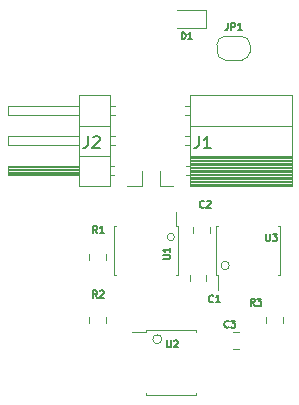
<source format=gbr>
G04 #@! TF.GenerationSoftware,KiCad,Pcbnew,(5.0.0)*
G04 #@! TF.CreationDate,2018-11-25T17:17:40-05:00*
G04 #@! TF.ProjectId,addressable_7seg,6164647265737361626C655F37736567,0.1a*
G04 #@! TF.SameCoordinates,Original*
G04 #@! TF.FileFunction,Legend,Top*
G04 #@! TF.FilePolarity,Positive*
%FSLAX46Y46*%
G04 Gerber Fmt 4.6, Leading zero omitted, Abs format (unit mm)*
G04 Created by KiCad (PCBNEW (5.0.0)) date 11/25/18 17:17:40*
%MOMM*%
%LPD*%
G01*
G04 APERTURE LIST*
%ADD10C,0.100000*%
%ADD11C,0.120000*%
%ADD12C,0.150000*%
G04 APERTURE END LIST*
D10*
X168250789Y-137050000D02*
G75*
G03X168250789Y-137050000I-380789J0D01*
G01*
X173973553Y-130800000D02*
G75*
G03X173973553Y-130800000I-353553J0D01*
G01*
X169336228Y-128400000D02*
G75*
G03X169336228Y-128400000I-316228J0D01*
G01*
D11*
G04 #@! TO.C,R1*
X162132000Y-130316578D02*
X162132000Y-129799422D01*
X163552000Y-130316578D02*
X163552000Y-129799422D01*
G04 #@! TO.C,R2*
X162132000Y-135133422D02*
X162132000Y-135650578D01*
X163552000Y-135133422D02*
X163552000Y-135650578D01*
G04 #@! TO.C,R3*
X177118000Y-135650578D02*
X177118000Y-135133422D01*
X178538000Y-135650578D02*
X178538000Y-135133422D01*
G04 #@! TO.C,J1*
X179260000Y-123985000D02*
X170630000Y-123985000D01*
X179260000Y-123866905D02*
X170630000Y-123866905D01*
X179260000Y-123748810D02*
X170630000Y-123748810D01*
X179260000Y-123630715D02*
X170630000Y-123630715D01*
X179260000Y-123512620D02*
X170630000Y-123512620D01*
X179260000Y-123394525D02*
X170630000Y-123394525D01*
X179260000Y-123276430D02*
X170630000Y-123276430D01*
X179260000Y-123158335D02*
X170630000Y-123158335D01*
X179260000Y-123040240D02*
X170630000Y-123040240D01*
X179260000Y-122922145D02*
X170630000Y-122922145D01*
X179260000Y-122804050D02*
X170630000Y-122804050D01*
X179260000Y-122685955D02*
X170630000Y-122685955D01*
X179260000Y-122567860D02*
X170630000Y-122567860D01*
X179260000Y-122449765D02*
X170630000Y-122449765D01*
X179260000Y-122331670D02*
X170630000Y-122331670D01*
X179260000Y-122213575D02*
X170630000Y-122213575D01*
X179260000Y-122095480D02*
X170630000Y-122095480D01*
X179260000Y-121977385D02*
X170630000Y-121977385D01*
X179260000Y-121859290D02*
X170630000Y-121859290D01*
X179260000Y-121741195D02*
X170630000Y-121741195D01*
X179260000Y-121623100D02*
X170630000Y-121623100D01*
X170630000Y-123135000D02*
X170280000Y-123135000D01*
X170630000Y-122415000D02*
X170280000Y-122415000D01*
X170630000Y-120595000D02*
X170220000Y-120595000D01*
X170630000Y-119875000D02*
X170220000Y-119875000D01*
X170630000Y-118055000D02*
X170220000Y-118055000D01*
X170630000Y-117335000D02*
X170220000Y-117335000D01*
X179260000Y-121505000D02*
X170630000Y-121505000D01*
X179260000Y-118965000D02*
X170630000Y-118965000D01*
X179260000Y-124105000D02*
X170630000Y-124105000D01*
X170630000Y-124105000D02*
X170630000Y-116365000D01*
X179260000Y-116365000D02*
X170630000Y-116365000D01*
X179260000Y-124105000D02*
X179260000Y-116365000D01*
X168060000Y-124105000D02*
X168060000Y-122775000D01*
X169170000Y-124105000D02*
X168060000Y-124105000D01*
G04 #@! TO.C,J2*
X163880000Y-124105000D02*
X163880000Y-116365000D01*
X163880000Y-116365000D02*
X161220000Y-116365000D01*
X161220000Y-116365000D02*
X161220000Y-124105000D01*
X161220000Y-124105000D02*
X163880000Y-124105000D01*
X161220000Y-123155000D02*
X155220000Y-123155000D01*
X155220000Y-123155000D02*
X155220000Y-122395000D01*
X155220000Y-122395000D02*
X161220000Y-122395000D01*
X161220000Y-123095000D02*
X155220000Y-123095000D01*
X161220000Y-122975000D02*
X155220000Y-122975000D01*
X161220000Y-122855000D02*
X155220000Y-122855000D01*
X161220000Y-122735000D02*
X155220000Y-122735000D01*
X161220000Y-122615000D02*
X155220000Y-122615000D01*
X161220000Y-122495000D02*
X155220000Y-122495000D01*
X164210000Y-123155000D02*
X163880000Y-123155000D01*
X164210000Y-122395000D02*
X163880000Y-122395000D01*
X163880000Y-121505000D02*
X161220000Y-121505000D01*
X161220000Y-120615000D02*
X155220000Y-120615000D01*
X155220000Y-120615000D02*
X155220000Y-119855000D01*
X155220000Y-119855000D02*
X161220000Y-119855000D01*
X164277071Y-120615000D02*
X163880000Y-120615000D01*
X164277071Y-119855000D02*
X163880000Y-119855000D01*
X163880000Y-118965000D02*
X161220000Y-118965000D01*
X161220000Y-118075000D02*
X155220000Y-118075000D01*
X155220000Y-118075000D02*
X155220000Y-117315000D01*
X155220000Y-117315000D02*
X161220000Y-117315000D01*
X164277071Y-118075000D02*
X163880000Y-118075000D01*
X164277071Y-117315000D02*
X163880000Y-117315000D01*
X166590000Y-122775000D02*
X166590000Y-124045000D01*
X166590000Y-124045000D02*
X165320000Y-124045000D01*
G04 #@! TO.C,U1*
X169466000Y-127450000D02*
X169466000Y-126260000D01*
X169636000Y-127450000D02*
X169466000Y-127450000D01*
X169636000Y-131650000D02*
X169466000Y-131650000D01*
X164336000Y-127450000D02*
X164166000Y-127450000D01*
X164346000Y-131650000D02*
X164176000Y-131650000D01*
X164176000Y-131650000D02*
X164176000Y-127450000D01*
X169636000Y-131650000D02*
X169636000Y-127450000D01*
G04 #@! TO.C,U2*
X171120000Y-136270000D02*
X166920000Y-136270000D01*
X171120000Y-141730000D02*
X166920000Y-141730000D01*
X171120000Y-141560000D02*
X171120000Y-141730000D01*
X166920000Y-141570000D02*
X166920000Y-141740000D01*
X171120000Y-136270000D02*
X171120000Y-136440000D01*
X166920000Y-136270000D02*
X166920000Y-136440000D01*
X166920000Y-136440000D02*
X165730000Y-136440000D01*
G04 #@! TO.C,U3*
X172812000Y-127450000D02*
X172812000Y-131650000D01*
X178272000Y-127450000D02*
X178272000Y-131650000D01*
X178102000Y-127450000D02*
X178272000Y-127450000D01*
X178112000Y-131650000D02*
X178282000Y-131650000D01*
X172812000Y-127450000D02*
X172982000Y-127450000D01*
X172812000Y-131650000D02*
X172982000Y-131650000D01*
X172982000Y-131650000D02*
X172982000Y-132840000D01*
G04 #@! TO.C,D1*
X169570000Y-110685000D02*
X172030000Y-110685000D01*
X172030000Y-110685000D02*
X172030000Y-109215000D01*
X172030000Y-109215000D02*
X169570000Y-109215000D01*
G04 #@! TO.C,JP1*
X175020000Y-111400000D02*
G75*
G02X175720000Y-112100000I0J-700000D01*
G01*
X175720000Y-112700000D02*
G75*
G02X175020000Y-113400000I-700000J0D01*
G01*
X173620000Y-113400000D02*
G75*
G02X172920000Y-112700000I0J700000D01*
G01*
X172920000Y-112100000D02*
G75*
G02X173620000Y-111400000I700000J0D01*
G01*
X172920000Y-112700000D02*
X172920000Y-112100000D01*
X175020000Y-113400000D02*
X173620000Y-113400000D01*
X175720000Y-112100000D02*
X175720000Y-112700000D01*
X173620000Y-111400000D02*
X175020000Y-111400000D01*
G04 #@! TO.C,C1*
X170610000Y-132158578D02*
X170610000Y-131641422D01*
X172030000Y-132158578D02*
X172030000Y-131641422D01*
G04 #@! TO.C,C2*
X170910000Y-127541422D02*
X170910000Y-128058578D01*
X172330000Y-127541422D02*
X172330000Y-128058578D01*
G04 #@! TO.C,C3*
X174311422Y-136440000D02*
X174828578Y-136440000D01*
X174311422Y-137860000D02*
X174828578Y-137860000D01*
G04 #@! TO.C,R1*
D12*
X162770000Y-128071428D02*
X162570000Y-127785714D01*
X162427142Y-128071428D02*
X162427142Y-127471428D01*
X162655714Y-127471428D01*
X162712857Y-127500000D01*
X162741428Y-127528571D01*
X162770000Y-127585714D01*
X162770000Y-127671428D01*
X162741428Y-127728571D01*
X162712857Y-127757142D01*
X162655714Y-127785714D01*
X162427142Y-127785714D01*
X163341428Y-128071428D02*
X162998571Y-128071428D01*
X163170000Y-128071428D02*
X163170000Y-127471428D01*
X163112857Y-127557142D01*
X163055714Y-127614285D01*
X162998571Y-127642857D01*
G04 #@! TO.C,R2*
X162770000Y-133521428D02*
X162570000Y-133235714D01*
X162427142Y-133521428D02*
X162427142Y-132921428D01*
X162655714Y-132921428D01*
X162712857Y-132950000D01*
X162741428Y-132978571D01*
X162770000Y-133035714D01*
X162770000Y-133121428D01*
X162741428Y-133178571D01*
X162712857Y-133207142D01*
X162655714Y-133235714D01*
X162427142Y-133235714D01*
X162998571Y-132978571D02*
X163027142Y-132950000D01*
X163084285Y-132921428D01*
X163227142Y-132921428D01*
X163284285Y-132950000D01*
X163312857Y-132978571D01*
X163341428Y-133035714D01*
X163341428Y-133092857D01*
X163312857Y-133178571D01*
X162970000Y-133521428D01*
X163341428Y-133521428D01*
G04 #@! TO.C,R3*
X176120000Y-134221428D02*
X175920000Y-133935714D01*
X175777142Y-134221428D02*
X175777142Y-133621428D01*
X176005714Y-133621428D01*
X176062857Y-133650000D01*
X176091428Y-133678571D01*
X176120000Y-133735714D01*
X176120000Y-133821428D01*
X176091428Y-133878571D01*
X176062857Y-133907142D01*
X176005714Y-133935714D01*
X175777142Y-133935714D01*
X176320000Y-133621428D02*
X176691428Y-133621428D01*
X176491428Y-133850000D01*
X176577142Y-133850000D01*
X176634285Y-133878571D01*
X176662857Y-133907142D01*
X176691428Y-133964285D01*
X176691428Y-134107142D01*
X176662857Y-134164285D01*
X176634285Y-134192857D01*
X176577142Y-134221428D01*
X176405714Y-134221428D01*
X176348571Y-134192857D01*
X176320000Y-134164285D01*
G04 #@! TO.C,J1*
X171398666Y-119858380D02*
X171398666Y-120572666D01*
X171351047Y-120715523D01*
X171255809Y-120810761D01*
X171112952Y-120858380D01*
X171017714Y-120858380D01*
X172398666Y-120858380D02*
X171827238Y-120858380D01*
X172112952Y-120858380D02*
X172112952Y-119858380D01*
X172017714Y-120001238D01*
X171922476Y-120096476D01*
X171827238Y-120144095D01*
G04 #@! TO.C,J2*
X162000666Y-119858380D02*
X162000666Y-120572666D01*
X161953047Y-120715523D01*
X161857809Y-120810761D01*
X161714952Y-120858380D01*
X161619714Y-120858380D01*
X162429238Y-119953619D02*
X162476857Y-119906000D01*
X162572095Y-119858380D01*
X162810190Y-119858380D01*
X162905428Y-119906000D01*
X162953047Y-119953619D01*
X163000666Y-120048857D01*
X163000666Y-120144095D01*
X162953047Y-120286952D01*
X162381619Y-120858380D01*
X163000666Y-120858380D01*
G04 #@! TO.C,U1*
X168355428Y-130261142D02*
X168841142Y-130261142D01*
X168898285Y-130232571D01*
X168926857Y-130204000D01*
X168955428Y-130146857D01*
X168955428Y-130032571D01*
X168926857Y-129975428D01*
X168898285Y-129946857D01*
X168841142Y-129918285D01*
X168355428Y-129918285D01*
X168955428Y-129318285D02*
X168955428Y-129661142D01*
X168955428Y-129489714D02*
X168355428Y-129489714D01*
X168441142Y-129546857D01*
X168498285Y-129604000D01*
X168526857Y-129661142D01*
G04 #@! TO.C,U2*
X168682857Y-137131428D02*
X168682857Y-137617142D01*
X168711428Y-137674285D01*
X168740000Y-137702857D01*
X168797142Y-137731428D01*
X168911428Y-137731428D01*
X168968571Y-137702857D01*
X168997142Y-137674285D01*
X169025714Y-137617142D01*
X169025714Y-137131428D01*
X169282857Y-137188571D02*
X169311428Y-137160000D01*
X169368571Y-137131428D01*
X169511428Y-137131428D01*
X169568571Y-137160000D01*
X169597142Y-137188571D01*
X169625714Y-137245714D01*
X169625714Y-137302857D01*
X169597142Y-137388571D01*
X169254285Y-137731428D01*
X169625714Y-137731428D01*
G04 #@! TO.C,U3*
X177062857Y-128121428D02*
X177062857Y-128607142D01*
X177091428Y-128664285D01*
X177120000Y-128692857D01*
X177177142Y-128721428D01*
X177291428Y-128721428D01*
X177348571Y-128692857D01*
X177377142Y-128664285D01*
X177405714Y-128607142D01*
X177405714Y-128121428D01*
X177634285Y-128121428D02*
X178005714Y-128121428D01*
X177805714Y-128350000D01*
X177891428Y-128350000D01*
X177948571Y-128378571D01*
X177977142Y-128407142D01*
X178005714Y-128464285D01*
X178005714Y-128607142D01*
X177977142Y-128664285D01*
X177948571Y-128692857D01*
X177891428Y-128721428D01*
X177720000Y-128721428D01*
X177662857Y-128692857D01*
X177634285Y-128664285D01*
G04 #@! TO.C,D1*
X169927142Y-111651428D02*
X169927142Y-111051428D01*
X170070000Y-111051428D01*
X170155714Y-111080000D01*
X170212857Y-111137142D01*
X170241428Y-111194285D01*
X170270000Y-111308571D01*
X170270000Y-111394285D01*
X170241428Y-111508571D01*
X170212857Y-111565714D01*
X170155714Y-111622857D01*
X170070000Y-111651428D01*
X169927142Y-111651428D01*
X170841428Y-111651428D02*
X170498571Y-111651428D01*
X170670000Y-111651428D02*
X170670000Y-111051428D01*
X170612857Y-111137142D01*
X170555714Y-111194285D01*
X170498571Y-111222857D01*
G04 #@! TO.C,JP1*
X173820000Y-110271428D02*
X173820000Y-110700000D01*
X173791428Y-110785714D01*
X173734285Y-110842857D01*
X173648571Y-110871428D01*
X173591428Y-110871428D01*
X174105714Y-110871428D02*
X174105714Y-110271428D01*
X174334285Y-110271428D01*
X174391428Y-110300000D01*
X174420000Y-110328571D01*
X174448571Y-110385714D01*
X174448571Y-110471428D01*
X174420000Y-110528571D01*
X174391428Y-110557142D01*
X174334285Y-110585714D01*
X174105714Y-110585714D01*
X175020000Y-110871428D02*
X174677142Y-110871428D01*
X174848571Y-110871428D02*
X174848571Y-110271428D01*
X174791428Y-110357142D01*
X174734285Y-110414285D01*
X174677142Y-110442857D01*
G04 #@! TO.C,C1*
X172620000Y-133864285D02*
X172591428Y-133892857D01*
X172505714Y-133921428D01*
X172448571Y-133921428D01*
X172362857Y-133892857D01*
X172305714Y-133835714D01*
X172277142Y-133778571D01*
X172248571Y-133664285D01*
X172248571Y-133578571D01*
X172277142Y-133464285D01*
X172305714Y-133407142D01*
X172362857Y-133350000D01*
X172448571Y-133321428D01*
X172505714Y-133321428D01*
X172591428Y-133350000D01*
X172620000Y-133378571D01*
X173191428Y-133921428D02*
X172848571Y-133921428D01*
X173020000Y-133921428D02*
X173020000Y-133321428D01*
X172962857Y-133407142D01*
X172905714Y-133464285D01*
X172848571Y-133492857D01*
G04 #@! TO.C,C2*
X171820000Y-125864285D02*
X171791428Y-125892857D01*
X171705714Y-125921428D01*
X171648571Y-125921428D01*
X171562857Y-125892857D01*
X171505714Y-125835714D01*
X171477142Y-125778571D01*
X171448571Y-125664285D01*
X171448571Y-125578571D01*
X171477142Y-125464285D01*
X171505714Y-125407142D01*
X171562857Y-125350000D01*
X171648571Y-125321428D01*
X171705714Y-125321428D01*
X171791428Y-125350000D01*
X171820000Y-125378571D01*
X172048571Y-125378571D02*
X172077142Y-125350000D01*
X172134285Y-125321428D01*
X172277142Y-125321428D01*
X172334285Y-125350000D01*
X172362857Y-125378571D01*
X172391428Y-125435714D01*
X172391428Y-125492857D01*
X172362857Y-125578571D01*
X172020000Y-125921428D01*
X172391428Y-125921428D01*
G04 #@! TO.C,C3*
X173920000Y-136014285D02*
X173891428Y-136042857D01*
X173805714Y-136071428D01*
X173748571Y-136071428D01*
X173662857Y-136042857D01*
X173605714Y-135985714D01*
X173577142Y-135928571D01*
X173548571Y-135814285D01*
X173548571Y-135728571D01*
X173577142Y-135614285D01*
X173605714Y-135557142D01*
X173662857Y-135500000D01*
X173748571Y-135471428D01*
X173805714Y-135471428D01*
X173891428Y-135500000D01*
X173920000Y-135528571D01*
X174120000Y-135471428D02*
X174491428Y-135471428D01*
X174291428Y-135700000D01*
X174377142Y-135700000D01*
X174434285Y-135728571D01*
X174462857Y-135757142D01*
X174491428Y-135814285D01*
X174491428Y-135957142D01*
X174462857Y-136014285D01*
X174434285Y-136042857D01*
X174377142Y-136071428D01*
X174205714Y-136071428D01*
X174148571Y-136042857D01*
X174120000Y-136014285D01*
G04 #@! TD*
M02*

</source>
